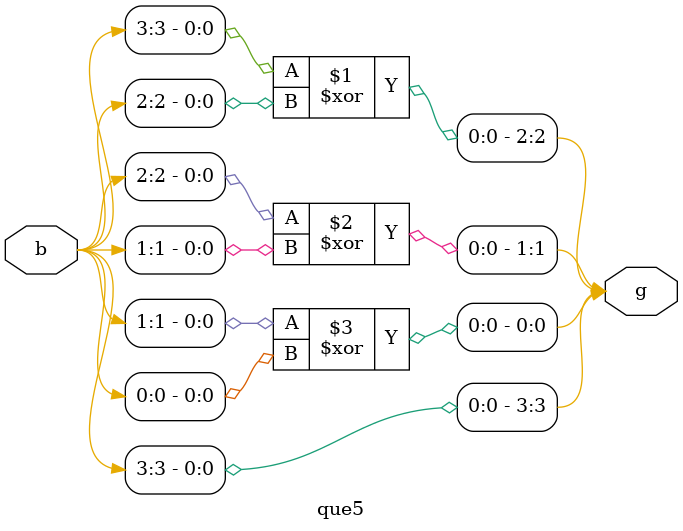
<source format=v>
module que5(input[3:0] b,output[3:0] g);
	assign g[3] = b[3];
	assign g[2] = b[3] ^ b[2];
	assign g[1] = b[2] ^ b[1];
	assign g[0] = b[1] ^ b[0];
endmodule
	

</source>
